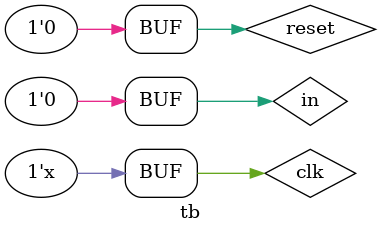
<source format=v>
`timescale 1ns / 1ps

module tb(
    );
reg in,reset,clk;
wire[1:0]present_state,next_state;
wire y;

sequence_detect uut(.in(in),.clk(clk),.reset(reset),.present_state(present_state),.next_state(next_state),.y(y));
initial
begin
clk=1'b0;
end

always #5 clk=~clk;

initial
begin
reset=1;
#6;
reset=0;
in=1'b0;
#6
in=1'b1;
#7;
in=1'b0;
#7;
in=1'b1;
#4;
in=1'b0;
#4;
in=1'b1;
#7;
in=1'b0;
#7;
end
endmodule




</source>
